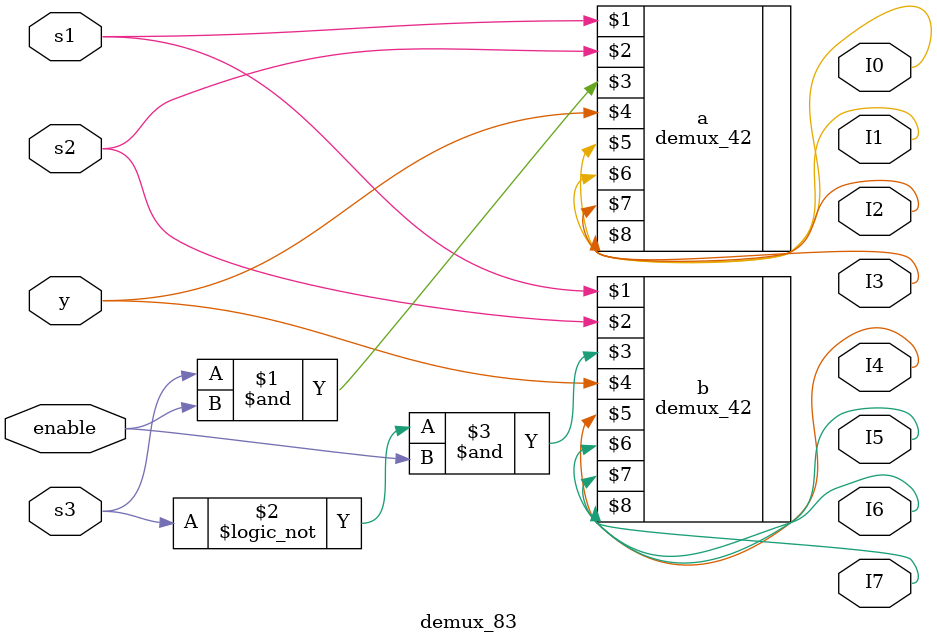
<source format=v>
`timescale 1ns / 1ps
module demux_83(

	input s1,s2,s3,enable,y,
	output I0,I1,I2,I3,I4,I5,I6,I7
    );

demux_42 a(s1,s2,s3 & enable,y,I0,I1,I2,I3);

demux_42 b(s1,s2,!s3 & enable,y,I4,I5,I6,I7);


endmodule

</source>
